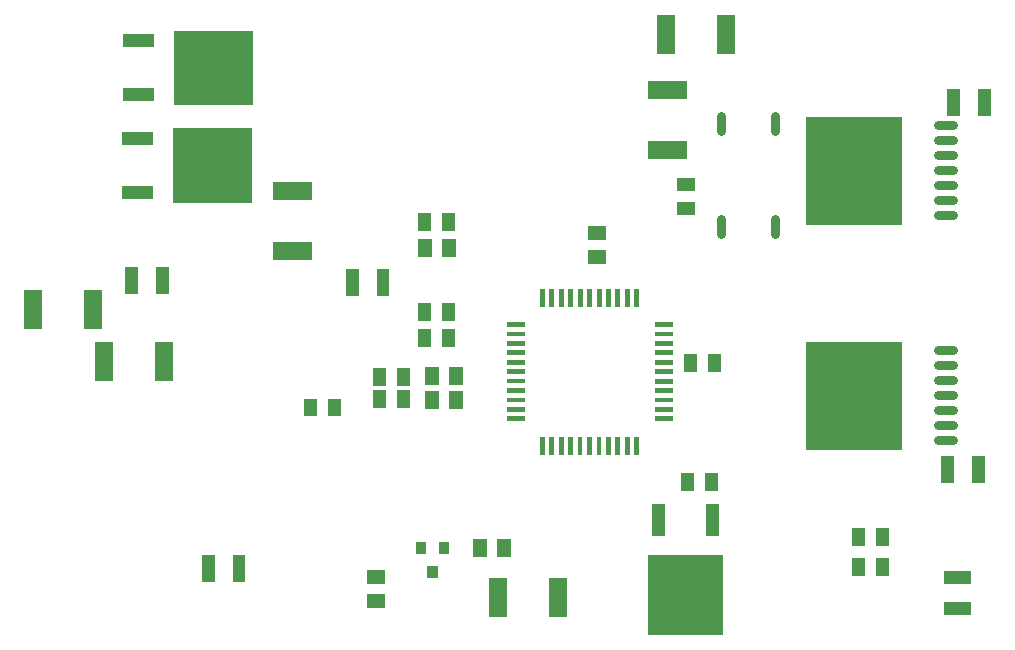
<source format=gbr>
G04 start of page 9 for group -4015 idx -4015 *
G04 Title: (unknown), toppaste *
G04 Creator: pcb 20110918 *
G04 CreationDate: Sun 30 Sep 2012 06:14:18 PM GMT UTC *
G04 For: ggallant *
G04 Format: Gerber/RS-274X *
G04 PCB-Dimensions: 372500 225000 *
G04 PCB-Coordinate-Origin: lower left *
%MOIN*%
%FSLAX25Y25*%
%LNTOPPASTE*%
%ADD93R,0.0340X0.0340*%
%ADD92R,0.3200X0.3200*%
%ADD91R,0.0160X0.0160*%
%ADD90R,0.0600X0.0600*%
%ADD89R,0.2480X0.2480*%
%ADD88R,0.0440X0.0440*%
%ADD87C,0.0300*%
%ADD86R,0.0450X0.0450*%
%ADD85R,0.0430X0.0430*%
G54D85*X317400Y69900D02*Y65100D01*
X327600Y69900D02*Y65100D01*
X318100Y21400D02*X322900D01*
X318100Y31600D02*X322900D01*
G54D86*X230600Y64200D02*Y62800D01*
X238600Y64200D02*Y62800D01*
X287600Y45700D02*Y44300D01*
X295600Y45700D02*Y44300D01*
X126100Y23700D02*X127500D01*
X126100Y31700D02*X127500D01*
G54D87*X259900Y185500D02*Y180500D01*
X241900Y185500D02*Y180500D01*
Y151100D02*Y146100D01*
X259900Y151100D02*Y146100D01*
G54D86*X150900Y150700D02*Y149300D01*
X142900Y150700D02*Y149300D01*
G54D88*X44500Y210500D02*X50500D01*
X44500Y192500D02*X50500D01*
G54D89*X71700Y201500D02*X73300D01*
G54D90*X187500Y28500D02*Y21500D01*
X167500Y28500D02*Y21500D01*
G54D86*X231600Y103700D02*Y102300D01*
X239600Y103700D02*Y102300D01*
G54D91*X220500Y84500D02*X224900D01*
X220500Y87600D02*X224900D01*
X220500Y90800D02*X224900D01*
X220500Y93900D02*X224900D01*
X220500Y97000D02*X224900D01*
X220500Y100200D02*X224900D01*
X220500Y103300D02*X224900D01*
X220500Y106500D02*X224900D01*
X220500Y109600D02*X224900D01*
X220500Y112800D02*X224900D01*
X220500Y115900D02*X224900D01*
X213700Y127100D02*Y122700D01*
X210600Y127100D02*Y122700D01*
X207400Y127100D02*Y122700D01*
X204300Y127100D02*Y122700D01*
X201200Y127100D02*Y122700D01*
X198000Y127100D02*Y122700D01*
X194900Y127100D02*Y122700D01*
X191700Y127100D02*Y122700D01*
X188600Y127100D02*Y122700D01*
X185400Y127100D02*Y122700D01*
X182300Y127100D02*Y122700D01*
X171100Y115900D02*X175500D01*
X171100Y112800D02*X175500D01*
X171100Y109600D02*X175500D01*
X171100Y106500D02*X175500D01*
X171100Y103400D02*X175500D01*
X171100Y100200D02*X175500D01*
X171100Y97100D02*X175500D01*
X171100Y93900D02*X175500D01*
X171100Y90800D02*X175500D01*
X171100Y87600D02*X175500D01*
X171100Y84500D02*X175500D01*
X182300Y77700D02*Y73300D01*
X185400Y77700D02*Y73300D01*
X188600Y77700D02*Y73300D01*
X191700Y77700D02*Y73300D01*
X194800Y77700D02*Y73300D01*
X198000Y77700D02*Y73300D01*
X201100Y77700D02*Y73300D01*
X204300Y77700D02*Y73300D01*
X207400Y77700D02*Y73300D01*
X210600Y77700D02*Y73300D01*
X213700Y77700D02*Y73300D01*
G54D85*X319400Y192400D02*Y187600D01*
X329600Y192400D02*Y187600D01*
G54D87*X314000Y152500D02*X319000D01*
X314000Y157500D02*X319000D01*
X314000Y162500D02*X319000D01*
X314000Y167500D02*X319000D01*
X314000Y172500D02*X319000D01*
X314000Y177500D02*X319000D01*
X314000Y182500D02*X319000D01*
G54D92*X286000Y169000D02*Y165000D01*
G54D87*X314000Y77500D02*X319000D01*
X314000Y82500D02*X319000D01*
X314000Y87500D02*X319000D01*
X314000Y92500D02*X319000D01*
X314000Y97500D02*X319000D01*
X314000Y102500D02*X319000D01*
X314000Y107500D02*X319000D01*
G54D92*X286000Y94000D02*Y90000D01*
G54D86*X142900Y120900D02*Y119500D01*
X150900Y120900D02*Y119500D01*
G54D90*X56000Y107000D02*Y100000D01*
X36000Y107000D02*Y100000D01*
G54D86*X143100Y142200D02*Y140800D01*
X151100Y142200D02*Y140800D01*
X199800Y146400D02*X201200D01*
X199800Y138400D02*X201200D01*
G54D85*X70900Y36900D02*Y32100D01*
X81100Y36900D02*Y32100D01*
X118900Y132400D02*Y127600D01*
X129100Y132400D02*Y127600D01*
G54D86*X145500Y99400D02*Y98000D01*
X153500Y99400D02*Y98000D01*
X287600Y35700D02*Y34300D01*
X295600Y35700D02*Y34300D01*
X169400Y42200D02*Y40800D01*
X161400Y42200D02*Y40800D01*
X135900Y99200D02*Y97800D01*
X127900Y99200D02*Y97800D01*
X145500Y91500D02*Y90100D01*
X153500Y91500D02*Y90100D01*
X135900Y91700D02*Y90300D01*
X127900Y91700D02*Y90300D01*
X150900Y112200D02*Y110800D01*
X142900Y112200D02*Y110800D01*
G54D88*X239000Y53800D02*Y47800D01*
X221000Y53800D02*Y47800D01*
G54D89*X230000Y26600D02*Y25000D01*
G54D88*X44300Y178000D02*X50300D01*
X44300Y160000D02*X50300D01*
G54D89*X71500Y169000D02*X73100D01*
G54D85*X55600Y132900D02*Y128100D01*
X45400Y132900D02*Y128100D01*
G54D90*X220500Y194000D02*X227500D01*
X220500Y174000D02*X227500D01*
G54D93*X149500Y41800D02*Y41200D01*
X141700Y41800D02*Y41200D01*
X145600Y33600D02*Y33000D01*
G54D86*X105000Y89000D02*Y87600D01*
X113000Y89000D02*Y87600D01*
G54D90*X12500Y124500D02*Y117500D01*
X32500Y124500D02*Y117500D01*
X95500Y160500D02*X102500D01*
X95500Y140500D02*X102500D01*
X223500Y216000D02*Y209000D01*
X243500Y216000D02*Y209000D01*
G54D86*X229300Y154600D02*X230700D01*
X229300Y162600D02*X230700D01*
M02*

</source>
